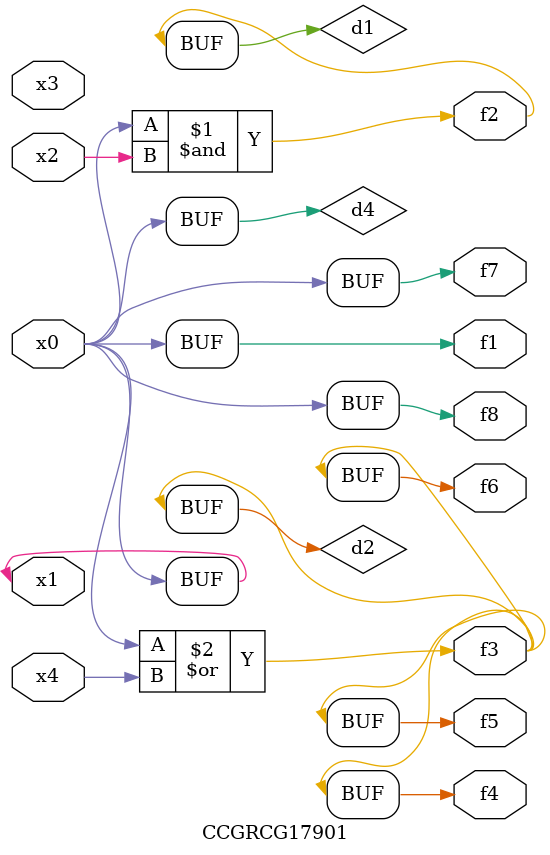
<source format=v>
module CCGRCG17901(
	input x0, x1, x2, x3, x4,
	output f1, f2, f3, f4, f5, f6, f7, f8
);

	wire d1, d2, d3, d4;

	and (d1, x0, x2);
	or (d2, x0, x4);
	nand (d3, x0, x2);
	buf (d4, x0, x1);
	assign f1 = d4;
	assign f2 = d1;
	assign f3 = d2;
	assign f4 = d2;
	assign f5 = d2;
	assign f6 = d2;
	assign f7 = d4;
	assign f8 = d4;
endmodule

</source>
